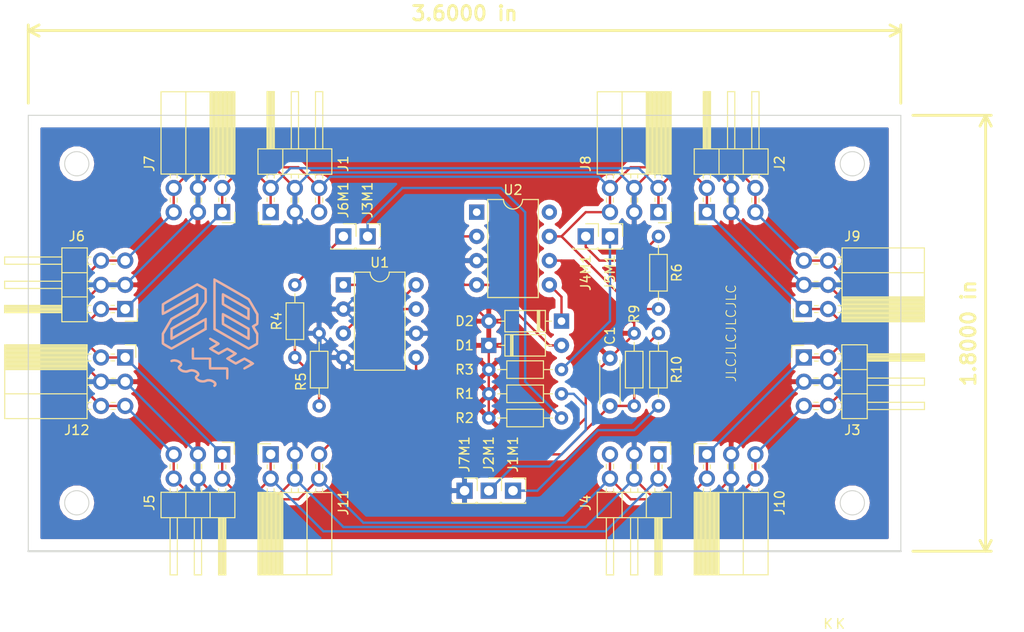
<source format=kicad_pcb>
(kicad_pcb (version 20171130) (host pcbnew "(5.0.2)-1")
  (layers (0 F.Cu signal) (31 B.Cu signal) (34 B.Paste user hide) (35 F.Paste user hide) (36 B.SilkS user) (37 F.SilkS user) (38 B.Mask user) (39 F.Mask user) (44 Edge.Cuts user))
  (net 0 "")
  (net 1 "Net-(C1-Pad1)")
  (net 2 "Net-(C1-Pad2)")
  (net 3 "Net-(D1-Pad1)")
  (net 4 "Net-(D1-Pad2)")
  (net 5 "Net-(D2-Pad1)")
  (net 6 "Net-(J1M1-Pad1)")
  (net 7 "Net-(J2M1-Pad1)")
  (net 8 "Net-(J3M1-Pad1)")
  (net 9 "Net-(J4M1-Pad1)")
  (net 10 "Net-(J5M1-Pad1)")
  (net 11 "Net-(J6M1-Pad1)")
  (net 12 "Net-(R4-Pad1)")
  (net 13 +5V)
  (net 14 +12V)
  (net 15 "Net-(U2-Pad1)")
  (net 16 "Net-(U2-Pad8)")
  (net 17 GND)
  (module Resistor_THT:R_Axial_DIN0204_L3.6mm_D1.6mm_P7.62mm_Horizontal (layer F.Cu) (at 130.81 104.14 90)
    (fp_text reference R5 (at 2.54 -1.905 90) (layer F.SilkS))
    (fp_text value 220)
    (pad 2 thru_hole oval (at 7.62 0 90) (size 1.4 1.4) (drill 0.7) (layers *.Cu *.Mask) (net 17 GND))
    (pad 1 thru_hole circle (at 0 0 90) (size 1.4 1.4) (drill 0.7) (layers *.Cu *.Mask) (net 12 "Net-(R4-Pad1)"))
  )
  (module Capacitor_THT:C_Disc_D4.3mm_W1.9mm_P5.00mm (layer F.Cu) (at 161.29 104.14 90)
    (fp_text reference C1 (at 7.366 0 90) (layer F.SilkS))
    (fp_text value 33pF)
    (pad 1 thru_hole circle (at 0 0 90) (size 1.6 1.6) (drill 0.8) (layers *.Cu *.Mask) (net 1 "Net-(C1-Pad1)"))
    (pad 2 thru_hole circle (at 5 0 90) (size 1.6 1.6) (drill 0.8) (layers *.Cu *.Mask) (net 2 "Net-(C1-Pad2)"))
  )
  (module Diode_THT:D_DO-35_SOD27_P7.62mm_Horizontal (layer F.Cu) (at 148.59 97.79)
    (fp_text reference D1 (at -2.54 0) (layer F.SilkS))
    (fp_text value 1N4148)
    (fp_text user K (at 35.56 29.21) (layer F.SilkS))
    (pad 1 thru_hole rect (at 0 0) (size 1.6 1.6) (drill 0.8) (layers *.Cu *.Mask) (net 3 "Net-(D1-Pad1)"))
    (pad 2 thru_hole oval (at 7.62 0) (size 1.6 1.6) (drill 0.8) (layers *.Cu *.Mask) (net 4 "Net-(D1-Pad2)"))
  )
  (module Diode_THT:D_DO-35_SOD27_P7.62mm_Horizontal (layer F.Cu) (at 156.21 95.25 180)
    (fp_text reference D2 (at 10.16 0 180) (layer F.SilkS))
    (fp_text value 1N4148)
    (fp_text user K (at -29.21 -31.75 180) (layer F.SilkS))
    (pad 1 thru_hole rect (at 0 0 180) (size 1.6 1.6) (drill 0.8) (layers *.Cu *.Mask) (net 5 "Net-(D2-Pad1)"))
    (pad 2 thru_hole oval (at 7.62 0 180) (size 1.6 1.6) (drill 0.8) (layers *.Cu *.Mask) (net 3 "Net-(D1-Pad1)"))
  )
  (module Connector_PinSocket_2.54mm:PinSocket_1x01_P2.54mm_Vertical (layer F.Cu) (at 151.13 113.03)
    (fp_text reference J1M1 (at 0 -3.81 90) (layer F.SilkS))
    (fp_text value Conn_01x01)
    (pad 1 thru_hole rect (at 0 0) (size 1.7 1.7) (drill 1) (layers *.Cu *.Mask) (net 6 "Net-(J1M1-Pad1)"))
  )
  (module Connector_PinSocket_2.54mm:PinSocket_1x01_P2.54mm_Vertical (layer F.Cu) (at 148.59 113.03)
    (fp_text reference J2M1 (at 0 -3.81 90) (layer F.SilkS))
    (fp_text value Conn_01x01)
    (pad 1 thru_hole rect (at 0 0) (size 1.7 1.7) (drill 1) (layers *.Cu *.Mask) (net 7 "Net-(J2M1-Pad1)"))
  )
  (module Connector_PinSocket_2.54mm:PinSocket_1x01_P2.54mm_Vertical (layer F.Cu) (at 135.89 86.36)
    (fp_text reference J3M1 (at 0 -3.81 90) (layer F.SilkS))
    (fp_text value Conn_01x01)
    (pad 1 thru_hole rect (at 0 0) (size 1.7 1.7) (drill 1) (layers *.Cu *.Mask) (net 8 "Net-(J3M1-Pad1)"))
  )
  (module Connector_PinSocket_2.54mm:PinSocket_1x01_P2.54mm_Vertical (layer F.Cu) (at 158.75 86.36)
    (fp_text reference J4M1 (at 0 3.81 90) (layer F.SilkS))
    (fp_text value Conn_01x01)
    (pad 1 thru_hole rect (at 0 0) (size 1.7 1.7) (drill 1) (layers *.Cu *.Mask) (net 9 "Net-(J4M1-Pad1)"))
  )
  (module Connector_PinSocket_2.54mm:PinSocket_1x01_P2.54mm_Vertical (layer F.Cu) (at 161.29 86.36)
    (fp_text reference J5M1 (at 0 3.81 90) (layer F.SilkS))
    (fp_text value Conn_01x01)
    (pad 1 thru_hole rect (at 0 0) (size 1.7 1.7) (drill 1) (layers *.Cu *.Mask) (net 10 "Net-(J5M1-Pad1)"))
  )
  (module Connector_PinSocket_2.54mm:PinSocket_1x01_P2.54mm_Vertical (layer F.Cu) (at 133.35 86.36)
    (fp_text reference J6M1 (at 0 -3.81 90) (layer F.SilkS))
    (fp_text value Conn_01x01)
    (pad 1 thru_hole rect (at 0 0) (size 1.7 1.7) (drill 1) (layers *.Cu *.Mask) (net 11 "Net-(J6M1-Pad1)"))
  )
  (module Resistor_THT:R_Axial_DIN0204_L3.6mm_D1.6mm_P7.62mm_Horizontal (layer F.Cu) (at 148.59 102.87)
    (fp_text reference R1 (at -2.54 0) (layer F.SilkS))
    (fp_text value 100k)
    (pad 1 thru_hole circle (at 0 0) (size 1.4 1.4) (drill 0.7) (layers *.Cu *.Mask) (net 3 "Net-(D1-Pad1)"))
    (pad 2 thru_hole oval (at 7.62 0) (size 1.4 1.4) (drill 0.7) (layers *.Cu *.Mask) (net 7 "Net-(J2M1-Pad1)"))
  )
  (module Resistor_THT:R_Axial_DIN0204_L3.6mm_D1.6mm_P7.62mm_Horizontal (layer F.Cu) (at 148.59 105.41)
    (fp_text reference R2 (at -2.54 0) (layer F.SilkS))
    (fp_text value 100k)
    (pad 1 thru_hole circle (at 0 0) (size 1.4 1.4) (drill 0.7) (layers *.Cu *.Mask) (net 3 "Net-(D1-Pad1)"))
    (pad 2 thru_hole oval (at 7.62 0) (size 1.4 1.4) (drill 0.7) (layers *.Cu *.Mask) (net 8 "Net-(J3M1-Pad1)"))
  )
  (module Resistor_THT:R_Axial_DIN0204_L3.6mm_D1.6mm_P7.62mm_Horizontal (layer F.Cu) (at 148.59 100.33)
    (fp_text reference R3 (at -2.54 0) (layer F.SilkS))
    (fp_text value 100k)
    (pad 2 thru_hole oval (at 7.62 0) (size 1.4 1.4) (drill 0.7) (layers *.Cu *.Mask) (net 10 "Net-(J5M1-Pad1)"))
    (pad 1 thru_hole circle (at 0 0) (size 1.4 1.4) (drill 0.7) (layers *.Cu *.Mask) (net 3 "Net-(D1-Pad1)"))
  )
  (module Resistor_THT:R_Axial_DIN0204_L3.6mm_D1.6mm_P7.62mm_Horizontal (layer F.Cu) (at 128.27 99.06 90)
    (fp_text reference R4 (at 3.81 -1.905 90) (layer F.SilkS))
    (fp_text value 100k)
    (pad 1 thru_hole circle (at 0 0 90) (size 1.4 1.4) (drill 0.7) (layers *.Cu *.Mask) (net 12 "Net-(R4-Pad1)"))
    (pad 2 thru_hole oval (at 7.62 0 90) (size 1.4 1.4) (drill 0.7) (layers *.Cu *.Mask) (net 11 "Net-(J6M1-Pad1)"))
  )
  (module Resistor_THT:R_Axial_DIN0204_L3.6mm_D1.6mm_P7.62mm_Horizontal (layer F.Cu) (at 166.37 86.36 270)
    (fp_text reference R6 (at 3.81 -1.92 270) (layer F.SilkS))
    (fp_text value 20k)
    (pad 2 thru_hole oval (at 7.62 0 270) (size 1.4 1.4) (drill 0.7) (layers *.Cu *.Mask) (net 14 +12V))
    (pad 1 thru_hole circle (at 0 0 270) (size 1.4 1.4) (drill 0.7) (layers *.Cu *.Mask) (net 9 "Net-(J4M1-Pad1)"))
  )
  (module Resistor_THT:R_Axial_DIN0204_L3.6mm_D1.6mm_P7.62mm_Horizontal (layer F.Cu) (at 163.83 104.14 90)
    (fp_text reference R9 (at 9.652 0 90) (layer F.SilkS))
    (fp_text value 560k)
    (pad 1 thru_hole circle (at 0 0 90) (size 1.4 1.4) (drill 0.7) (layers *.Cu *.Mask) (net 1 "Net-(C1-Pad1)"))
    (pad 2 thru_hole oval (at 7.62 0 90) (size 1.4 1.4) (drill 0.7) (layers *.Cu *.Mask) (net 2 "Net-(C1-Pad2)"))
  )
  (module Resistor_THT:R_Axial_DIN0204_L3.6mm_D1.6mm_P7.62mm_Horizontal (layer F.Cu) (at 166.37 104.14 90)
    (fp_text reference R10 (at 3.81 1.905 90) (layer F.SilkS))
    (fp_text value 1k)
    (pad 2 thru_hole oval (at 7.62 0 90) (size 1.4 1.4) (drill 0.7) (layers *.Cu *.Mask) (net 1 "Net-(C1-Pad1)"))
    (pad 1 thru_hole circle (at 0 0 90) (size 1.4 1.4) (drill 0.7) (layers *.Cu *.Mask) (net 6 "Net-(J1M1-Pad1)"))
  )
  (module Package_DIP:DIP-8_W7.62mm (layer F.Cu) (at 147.32 83.82)
    (fp_text reference U2 (at 3.81 -2.33) (layer F.SilkS))
    (fp_text value CA3080)
    (pad 1 thru_hole rect (at 0 0) (size 1.6 1.6) (drill 0.8) (layers *.Cu *.Mask) (net 15 "Net-(U2-Pad1)"))
    (pad 5 thru_hole oval (at 7.62 7.62) (size 1.6 1.6) (drill 0.8) (layers *.Cu *.Mask) (net 5 "Net-(D2-Pad1)"))
    (pad 2 thru_hole oval (at 0 2.54) (size 1.6 1.6) (drill 0.8) (layers *.Cu *.Mask) (net 12 "Net-(R4-Pad1)"))
    (pad 6 thru_hole oval (at 7.62 5.08) (size 1.6 1.6) (drill 0.8) (layers *.Cu *.Mask) (net 2 "Net-(C1-Pad2)"))
    (pad 3 thru_hole oval (at 0 5.08) (size 1.6 1.6) (drill 0.8) (layers *.Cu *.Mask) (net 17 GND))
    (pad 7 thru_hole oval (at 7.62 2.54) (size 1.6 1.6) (drill 0.8) (layers *.Cu *.Mask) (net 14 +12V))
    (pad 4 thru_hole oval (at 0 7.62) (size 1.6 1.6) (drill 0.8) (layers *.Cu *.Mask) (net 4 "Net-(D1-Pad2)"))
    (pad 8 thru_hole oval (at 7.62 0) (size 1.6 1.6) (drill 0.8) (layers *.Cu *.Mask) (net 16 "Net-(U2-Pad8)"))
  )
  (module Connector_PinHeader_2.54mm:PinHeader_2x03_P2.54mm_Horizontal (layer F.Cu) (at 125.73 83.82 90)
    (fp_text reference J1 (at 5.08 7.62 90) (layer F.SilkS))
    (fp_text value Conn_02x03_Odd_Even)
    (pad 6 thru_hole oval (at 2.54 5.08 90) (size 1.7 1.7) (drill 1) (layers *.Cu *.Mask) (net 14 +12V))
    (pad 5 thru_hole oval (at 0 5.08 90) (size 1.7 1.7) (drill 1) (layers *.Cu *.Mask) (net 14 +12V))
    (pad 4 thru_hole oval (at 2.54 2.54 90) (size 1.7 1.7) (drill 1) (layers *.Cu *.Mask) (net 17 GND))
    (pad 3 thru_hole oval (at 0 2.54 90) (size 1.7 1.7) (drill 1) (layers *.Cu *.Mask) (net 17 GND))
    (pad 2 thru_hole oval (at 2.54 0 90) (size 1.7 1.7) (drill 1) (layers *.Cu *.Mask) (net 13 +5V))
    (pad 1 thru_hole rect (at 0 0 90) (size 1.7 1.7) (drill 1) (layers *.Cu *.Mask) (net 13 +5V))
  )
  (module Connector_PinHeader_2.54mm:PinHeader_2x03_P2.54mm_Horizontal (layer F.Cu) (at 171.45 83.82 90)
    (fp_text reference J2 (at 5.08 7.62 90) (layer F.SilkS))
    (fp_text value Conn_02x03_Odd_Even)
    (pad 1 thru_hole rect (at 0 0 90) (size 1.7 1.7) (drill 1) (layers *.Cu *.Mask) (net 13 +5V))
    (pad 2 thru_hole oval (at 2.54 0 90) (size 1.7 1.7) (drill 1) (layers *.Cu *.Mask) (net 13 +5V))
    (pad 3 thru_hole oval (at 0 2.54 90) (size 1.7 1.7) (drill 1) (layers *.Cu *.Mask) (net 17 GND))
    (pad 4 thru_hole oval (at 2.54 2.54 90) (size 1.7 1.7) (drill 1) (layers *.Cu *.Mask) (net 17 GND))
    (pad 5 thru_hole oval (at 0 5.08 90) (size 1.7 1.7) (drill 1) (layers *.Cu *.Mask) (net 14 +12V))
    (pad 6 thru_hole oval (at 2.54 5.08 90) (size 1.7 1.7) (drill 1) (layers *.Cu *.Mask) (net 14 +12V))
  )
  (module Connector_PinHeader_2.54mm:PinHeader_2x03_P2.54mm_Horizontal (layer F.Cu) (at 181.61 99.06)
    (fp_text reference J3 (at 5.08 7.62) (layer F.SilkS))
    (fp_text value Conn_02x03_Odd_Even)
    (pad 6 thru_hole oval (at 2.54 5.08) (size 1.7 1.7) (drill 1) (layers *.Cu *.Mask) (net 14 +12V))
    (pad 5 thru_hole oval (at 0 5.08) (size 1.7 1.7) (drill 1) (layers *.Cu *.Mask) (net 14 +12V))
    (pad 4 thru_hole oval (at 2.54 2.54) (size 1.7 1.7) (drill 1) (layers *.Cu *.Mask) (net 17 GND))
    (pad 3 thru_hole oval (at 0 2.54) (size 1.7 1.7) (drill 1) (layers *.Cu *.Mask) (net 17 GND))
    (pad 2 thru_hole oval (at 2.54 0) (size 1.7 1.7) (drill 1) (layers *.Cu *.Mask) (net 13 +5V))
    (pad 1 thru_hole rect (at 0 0) (size 1.7 1.7) (drill 1) (layers *.Cu *.Mask) (net 13 +5V))
  )
  (module Connector_PinHeader_2.54mm:PinHeader_2x03_P2.54mm_Horizontal (layer F.Cu) (at 166.37 109.22 270)
    (fp_text reference J4 (at 5.08 7.62 270) (layer F.SilkS))
    (fp_text value Conn_02x03_Odd_Even)
    (pad 1 thru_hole rect (at 0 0 270) (size 1.7 1.7) (drill 1) (layers *.Cu *.Mask) (net 13 +5V))
    (pad 2 thru_hole oval (at 2.54 0 270) (size 1.7 1.7) (drill 1) (layers *.Cu *.Mask) (net 13 +5V))
    (pad 3 thru_hole oval (at 0 2.54 270) (size 1.7 1.7) (drill 1) (layers *.Cu *.Mask) (net 17 GND))
    (pad 4 thru_hole oval (at 2.54 2.54 270) (size 1.7 1.7) (drill 1) (layers *.Cu *.Mask) (net 17 GND))
    (pad 5 thru_hole oval (at 0 5.08 270) (size 1.7 1.7) (drill 1) (layers *.Cu *.Mask) (net 14 +12V))
    (pad 6 thru_hole oval (at 2.54 5.08 270) (size 1.7 1.7) (drill 1) (layers *.Cu *.Mask) (net 14 +12V))
  )
  (module Connector_PinHeader_2.54mm:PinHeader_2x03_P2.54mm_Horizontal (layer F.Cu) (at 120.65 109.22 270)
    (fp_text reference J5 (at 5.08 7.62 270) (layer F.SilkS))
    (fp_text value Conn_02x03_Odd_Even)
    (pad 6 thru_hole oval (at 2.54 5.08 270) (size 1.7 1.7) (drill 1) (layers *.Cu *.Mask) (net 14 +12V))
    (pad 5 thru_hole oval (at 0 5.08 270) (size 1.7 1.7) (drill 1) (layers *.Cu *.Mask) (net 14 +12V))
    (pad 4 thru_hole oval (at 2.54 2.54 270) (size 1.7 1.7) (drill 1) (layers *.Cu *.Mask) (net 17 GND))
    (pad 3 thru_hole oval (at 0 2.54 270) (size 1.7 1.7) (drill 1) (layers *.Cu *.Mask) (net 17 GND))
    (pad 2 thru_hole oval (at 2.54 0 270) (size 1.7 1.7) (drill 1) (layers *.Cu *.Mask) (net 13 +5V))
    (pad 1 thru_hole rect (at 0 0 270) (size 1.7 1.7) (drill 1) (layers *.Cu *.Mask) (net 13 +5V))
  )
  (module Connector_PinHeader_2.54mm:PinHeader_2x03_P2.54mm_Horizontal (layer F.Cu) (at 110.49 93.98 180)
    (fp_text reference J6 (at 5.08 7.62 180) (layer F.SilkS))
    (fp_text value Conn_02x03_Odd_Even)
    (pad 1 thru_hole rect (at 0 0 180) (size 1.7 1.7) (drill 1) (layers *.Cu *.Mask) (net 13 +5V))
    (pad 2 thru_hole oval (at 2.54 0 180) (size 1.7 1.7) (drill 1) (layers *.Cu *.Mask) (net 13 +5V))
    (pad 3 thru_hole oval (at 0 2.54 180) (size 1.7 1.7) (drill 1) (layers *.Cu *.Mask) (net 17 GND))
    (pad 4 thru_hole oval (at 2.54 2.54 180) (size 1.7 1.7) (drill 1) (layers *.Cu *.Mask) (net 17 GND))
    (pad 5 thru_hole oval (at 0 5.08 180) (size 1.7 1.7) (drill 1) (layers *.Cu *.Mask) (net 14 +12V))
    (pad 6 thru_hole oval (at 2.54 5.08 180) (size 1.7 1.7) (drill 1) (layers *.Cu *.Mask) (net 14 +12V))
  )
  (module Connector_PinSocket_2.54mm:PinSocket_2x03_P2.54mm_Horizontal (layer F.Cu) (at 120.65 83.82 270)
    (fp_text reference J7 (at -5.08 7.62 270) (layer F.SilkS))
    (fp_text value Conn_02x03_Odd_Even)
    (pad 6 thru_hole oval (at -2.54 5.08 270) (size 1.7 1.7) (drill 1) (layers *.Cu *.Mask) (net 14 +12V))
    (pad 5 thru_hole oval (at 0 5.08 270) (size 1.7 1.7) (drill 1) (layers *.Cu *.Mask) (net 14 +12V))
    (pad 4 thru_hole oval (at -2.54 2.54 270) (size 1.7 1.7) (drill 1) (layers *.Cu *.Mask) (net 17 GND))
    (pad 3 thru_hole oval (at 0 2.54 270) (size 1.7 1.7) (drill 1) (layers *.Cu *.Mask) (net 17 GND))
    (pad 2 thru_hole oval (at -2.54 0 270) (size 1.7 1.7) (drill 1) (layers *.Cu *.Mask) (net 13 +5V))
    (pad 1 thru_hole rect (at 0 0 270) (size 1.7 1.7) (drill 1) (layers *.Cu *.Mask) (net 13 +5V))
  )
  (module Connector_PinSocket_2.54mm:PinSocket_2x03_P2.54mm_Horizontal (layer F.Cu) (at 166.37 83.82 270)
    (fp_text reference J8 (at -5.08 7.62 270) (layer F.SilkS))
    (fp_text value Conn_02x03_Odd_Even)
    (pad 1 thru_hole rect (at 0 0 270) (size 1.7 1.7) (drill 1) (layers *.Cu *.Mask) (net 13 +5V))
    (pad 2 thru_hole oval (at -2.54 0 270) (size 1.7 1.7) (drill 1) (layers *.Cu *.Mask) (net 13 +5V))
    (pad 3 thru_hole oval (at 0 2.54 270) (size 1.7 1.7) (drill 1) (layers *.Cu *.Mask) (net 17 GND))
    (pad 4 thru_hole oval (at -2.54 2.54 270) (size 1.7 1.7) (drill 1) (layers *.Cu *.Mask) (net 17 GND))
    (pad 5 thru_hole oval (at 0 5.08 270) (size 1.7 1.7) (drill 1) (layers *.Cu *.Mask) (net 14 +12V))
    (pad 6 thru_hole oval (at -2.54 5.08 270) (size 1.7 1.7) (drill 1) (layers *.Cu *.Mask) (net 14 +12V))
  )
  (module Connector_PinSocket_2.54mm:PinSocket_2x03_P2.54mm_Horizontal (layer F.Cu) (at 181.61 93.98 180)
    (fp_text reference J9 (at -5.08 7.62 180) (layer F.SilkS))
    (fp_text value Conn_02x03_Odd_Even)
    (pad 6 thru_hole oval (at -2.54 5.08 180) (size 1.7 1.7) (drill 1) (layers *.Cu *.Mask) (net 14 +12V))
    (pad 5 thru_hole oval (at 0 5.08 180) (size 1.7 1.7) (drill 1) (layers *.Cu *.Mask) (net 14 +12V))
    (pad 4 thru_hole oval (at -2.54 2.54 180) (size 1.7 1.7) (drill 1) (layers *.Cu *.Mask) (net 17 GND))
    (pad 3 thru_hole oval (at 0 2.54 180) (size 1.7 1.7) (drill 1) (layers *.Cu *.Mask) (net 17 GND))
    (pad 2 thru_hole oval (at -2.54 0 180) (size 1.7 1.7) (drill 1) (layers *.Cu *.Mask) (net 13 +5V))
    (pad 1 thru_hole rect (at 0 0 180) (size 1.7 1.7) (drill 1) (layers *.Cu *.Mask) (net 13 +5V))
  )
  (module Connector_PinSocket_2.54mm:PinSocket_2x03_P2.54mm_Horizontal (layer F.Cu) (at 171.45 109.22 90)
    (fp_text reference J10 (at -5.08 7.62 90) (layer F.SilkS))
    (fp_text value Conn_02x03_Odd_Even)
    (pad 1 thru_hole rect (at 0 0 90) (size 1.7 1.7) (drill 1) (layers *.Cu *.Mask) (net 13 +5V))
    (pad 2 thru_hole oval (at -2.54 0 90) (size 1.7 1.7) (drill 1) (layers *.Cu *.Mask) (net 13 +5V))
    (pad 3 thru_hole oval (at 0 2.54 90) (size 1.7 1.7) (drill 1) (layers *.Cu *.Mask) (net 17 GND))
    (pad 4 thru_hole oval (at -2.54 2.54 90) (size 1.7 1.7) (drill 1) (layers *.Cu *.Mask) (net 17 GND))
    (pad 5 thru_hole oval (at 0 5.08 90) (size 1.7 1.7) (drill 1) (layers *.Cu *.Mask) (net 14 +12V))
    (pad 6 thru_hole oval (at -2.54 5.08 90) (size 1.7 1.7) (drill 1) (layers *.Cu *.Mask) (net 14 +12V))
  )
  (module Connector_PinSocket_2.54mm:PinSocket_2x03_P2.54mm_Horizontal (layer F.Cu) (at 125.73 109.22 90)
    (fp_text reference J11 (at -5.08 7.62 90) (layer F.SilkS))
    (fp_text value Conn_02x03_Odd_Even)
    (pad 6 thru_hole oval (at -2.54 5.08 90) (size 1.7 1.7) (drill 1) (layers *.Cu *.Mask) (net 14 +12V))
    (pad 5 thru_hole oval (at 0 5.08 90) (size 1.7 1.7) (drill 1) (layers *.Cu *.Mask) (net 14 +12V))
    (pad 4 thru_hole oval (at -2.54 2.54 90) (size 1.7 1.7) (drill 1) (layers *.Cu *.Mask) (net 17 GND))
    (pad 3 thru_hole oval (at 0 2.54 90) (size 1.7 1.7) (drill 1) (layers *.Cu *.Mask) (net 17 GND))
    (pad 2 thru_hole oval (at -2.54 0 90) (size 1.7 1.7) (drill 1) (layers *.Cu *.Mask) (net 13 +5V))
    (pad 1 thru_hole rect (at 0 0 90) (size 1.7 1.7) (drill 1) (layers *.Cu *.Mask) (net 13 +5V))
  )
  (module Connector_PinSocket_2.54mm:PinSocket_2x03_P2.54mm_Horizontal (layer F.Cu) (at 110.49 99.06)
    (fp_text reference J12 (at -5.08 7.62) (layer F.SilkS))
    (fp_text value Conn_02x03_Odd_Even)
    (pad 1 thru_hole rect (at 0 0) (size 1.7 1.7) (drill 1) (layers *.Cu *.Mask) (net 13 +5V))
    (pad 2 thru_hole oval (at -2.54 0) (size 1.7 1.7) (drill 1) (layers *.Cu *.Mask) (net 13 +5V))
    (pad 3 thru_hole oval (at 0 2.54) (size 1.7 1.7) (drill 1) (layers *.Cu *.Mask) (net 17 GND))
    (pad 4 thru_hole oval (at -2.54 2.54) (size 1.7 1.7) (drill 1) (layers *.Cu *.Mask) (net 17 GND))
    (pad 5 thru_hole oval (at 0 5.08) (size 1.7 1.7) (drill 1) (layers *.Cu *.Mask) (net 14 +12V))
    (pad 6 thru_hole oval (at -2.54 5.08) (size 1.7 1.7) (drill 1) (layers *.Cu *.Mask) (net 14 +12V))
  )
  (module Connector_PinSocket_2.54mm:PinSocket_1x01_P2.54mm_Vertical (layer F.Cu) (at 146.05 113.03)
    (fp_text reference J7M1 (at 0 -3.81 90) (layer F.SilkS))
    (fp_text value Conn_01x01)
    (pad 1 thru_hole rect (at 0 0) (size 1.7 1.7) (drill 1) (layers *.Cu *.Mask) (net 17 GND))
  )
  (module Package_DIP:DIP-8_W7.62mm (layer F.Cu) (at 133.35 91.44)
    (fp_text reference U1 (at 3.81 -2.33) (layer F.SilkS))
    (fp_text value TL072)
    (pad 1 thru_hole rect (at 0 0) (size 1.6 1.6) (drill 0.8) (layers *.Cu *.Mask) (net 4 "Net-(D1-Pad2)"))
    (pad 5 thru_hole oval (at 7.62 7.62) (size 1.6 1.6) (drill 0.8) (layers *.Cu *.Mask) (net 2 "Net-(C1-Pad2)"))
    (pad 2 thru_hole oval (at 0 2.54) (size 1.6 1.6) (drill 0.8) (layers *.Cu *.Mask) (net 17 GND))
    (pad 6 thru_hole oval (at 7.62 5.08) (size 1.6 1.6) (drill 0.8) (layers *.Cu *.Mask) (net 17 GND))
    (pad 3 thru_hole oval (at 0 5.08) (size 1.6 1.6) (drill 0.8) (layers *.Cu *.Mask) (net 3 "Net-(D1-Pad1)"))
    (pad 7 thru_hole oval (at 7.62 2.54) (size 1.6 1.6) (drill 0.8) (layers *.Cu *.Mask) (net 1 "Net-(C1-Pad1)"))
    (pad 4 thru_hole oval (at 0 7.62) (size 1.6 1.6) (drill 0.8) (layers *.Cu *.Mask) (net 17 GND))
    (pad 8 thru_hole oval (at 7.62 0) (size 1.6 1.6) (drill 0.8) (layers *.Cu *.Mask) (net 14 +12V))
  )
  (module logo:synthbloks-logo-pcb-soldermask (layer B.Cu) (at 119.38 96.52)
    (fp_text reference G*** hide)
    (fp_text value LOGO hide)
  )
  (module logo:synthbloks-logo-pcb-silkscreen (layer B.Cu) (at 119.38 96.52)
    (fp_text reference G*** hide)
    (fp_text value LOGO hide)
  )
  (gr_text JLCJLCJLCJLC (at 173.99 96.52 90) (layer F.SilkS) (effects (font (size 1 1) (thickness 0.1))))
  (dimension 91.44 (width 0.3) (layer F.SilkS) (gr_text "91.440 mm" (at 146.05 62.67) (layer F.SilkS) (effects (font (size 1.5 1.5) (thickness 0.3)))) (feature1 (pts (xy 100.33 72.39) (xy 100.33 64.183579))) (feature2 (pts (xy 191.77 72.39) (xy 191.77 64.183579))) (crossbar (pts (xy 191.77 64.77) (xy 100.33 64.77))) (arrow1a (pts (xy 100.33 64.77) (xy 101.456504 64.183579))) (arrow1b (pts (xy 100.33 64.77) (xy 101.456504 65.356421))) (arrow2a (pts (xy 191.77 64.77) (xy 190.643496 64.183579))) (arrow2b (pts (xy 191.77 64.77) (xy 190.643496 65.356421))))
  (dimension 45.72 (width 0.3) (layer F.SilkS) (gr_text "45.720 mm" (at 202.76 96.52 270) (layer F.SilkS) (effects (font (size 1.5 1.5) (thickness 0.3)))) (feature1 (pts (xy 193.04 119.38) (xy 201.246421 119.38))) (feature2 (pts (xy 193.04 73.66) (xy 201.246421 73.66))) (crossbar (pts (xy 200.66 73.66) (xy 200.66 119.38))) (arrow1a (pts (xy 200.66 119.38) (xy 200.073579 118.253496))) (arrow1b (pts (xy 200.66 119.38) (xy 201.246421 118.253496))) (arrow2a (pts (xy 200.66 73.66) (xy 200.073579 74.786504))) (arrow2b (pts (xy 200.66 73.66) (xy 201.246421 74.786504))))
  (gr_circle (center 186.69 78.74) (end 187.96 78.74) (layer Edge.Cuts) (width 0.1))
  (gr_circle (center 186.69 114.3) (end 186.69 115.57) (layer Edge.Cuts) (width 0.1))
  (gr_circle (center 105.41 114.3) (end 105.41 115.57) (layer Edge.Cuts) (width 0.1))
  (gr_circle (center 105.41 78.74) (end 105.41 77.47) (layer Edge.Cuts) (width 0.1))
  (gr_line (start 100.33 119.38) (end 191.77 119.38) (layer Edge.Cuts) (width 0.2))
  (gr_line (start 100.33 119.38) (end 100.33 73.66) (layer Edge.Cuts) (width 0.1))
  (gr_line (start 191.77 73.66) (end 191.77 119.38) (layer Edge.Cuts) (width 0.1))
  (gr_line (start 100.33 73.66) (end 191.77 73.66) (layer Edge.Cuts) (width 0.1))
  (segment (start 161.29 104.14) (end 163.83 104.14) (width 0.25) (layer F.Cu) (net 1))
  (segment (start 163.83 99.06) (end 166.37 96.52) (width 0.25) (layer F.Cu) (net 1))
  (segment (start 163.83 104.14) (end 163.83 99.06) (width 0.25) (layer F.Cu) (net 1))
  (segment (start 156.21 109.22) (end 161.29 104.14) (width 0.25) (layer F.Cu) (net 1))
  (segment (start 148.59 109.22) (end 156.21 109.22) (width 0.25) (layer F.Cu) (net 1))
  (segment (start 139.7 93.98) (end 140.97 93.98) (width 0.25) (layer F.Cu) (net 1))
  (segment (start 138.43 95.25) (end 139.7 93.98) (width 0.25) (layer F.Cu) (net 1))
  (segment (start 148.59 109.22) (end 138.43 99.06) (width 0.25) (layer F.Cu) (net 1))
  (segment (start 138.43 99.06) (end 138.43 95.25) (width 0.25) (layer F.Cu) (net 1))
  (segment (start 163.83 96.6) (end 163.83 96.52) (width 0.25) (layer F.Cu) (net 2))
  (segment (start 161.29 99.14) (end 163.83 96.6) (width 0.25) (layer F.Cu) (net 2))
  (segment (start 163.83 96.52) (end 163.83 95.25) (width 0.25) (layer F.Cu) (net 2))
  (segment (start 163.83 95.25) (end 157.48 88.9) (width 0.25) (layer F.Cu) (net 2))
  (segment (start 157.48 88.9) (end 156.21 88.9) (width 0.25) (layer F.Cu) (net 2))
  (segment (start 158.75 105.41) (end 156.21 107.95) (width 0.25) (layer F.Cu) (net 2))
  (segment (start 161.29 99.14) (end 158.75 101.68) (width 0.25) (layer F.Cu) (net 2))
  (segment (start 158.75 101.68) (end 158.75 105.41) (width 0.25) (layer F.Cu) (net 2))
  (segment (start 156.21 88.9) (end 154.94 88.9) (width 0.25) (layer F.Cu) (net 2))
  (segment (start 156.21 107.95) (end 148.59 107.95) (width 0.25) (layer F.Cu) (net 2))
  (segment (start 148.59 107.95) (end 140.97 100.33) (width 0.25) (layer F.Cu) (net 2))
  (segment (start 140.97 100.33) (end 140.97 99.06) (width 0.25) (layer F.Cu) (net 2))
  (segment (start 148.59 95.25) (end 148.59 97.79) (width 0.25) (layer F.Cu) (net 3))
  (segment (start 148.59 97.79) (end 148.59 100.33) (width 0.25) (layer F.Cu) (net 3))
  (segment (start 148.59 100.33) (end 148.59 102.87) (width 0.25) (layer F.Cu) (net 3))
  (segment (start 148.59 102.87) (end 148.59 105.41) (width 0.25) (layer F.Cu) (net 3))
  (segment (start 148.59 95.25) (end 142.24 88.9) (width 0.25) (layer F.Cu) (net 3))
  (segment (start 140.97 88.9) (end 133.35 96.52) (width 0.25) (layer F.Cu) (net 3))
  (segment (start 142.24 88.9) (end 140.97 88.9) (width 0.25) (layer F.Cu) (net 3))
  (segment (start 148.59 91.44) (end 154.94 97.79) (width 0.25) (layer F.Cu) (net 4))
  (segment (start 154.94 97.79) (end 156.21 97.79) (width 0.25) (layer F.Cu) (net 4))
  (segment (start 142.24 87.63) (end 146.05 91.44) (width 0.25) (layer F.Cu) (net 4))
  (segment (start 146.05 91.44) (end 148.59 91.44) (width 0.25) (layer F.Cu) (net 4))
  (segment (start 135.89 91.44) (end 133.35 91.44) (width 0.25) (layer F.Cu) (net 4))
  (segment (start 139.7 87.63) (end 135.89 91.44) (width 0.25) (layer F.Cu) (net 4))
  (segment (start 139.7 87.63) (end 142.24 87.63) (width 0.25) (layer F.Cu) (net 4))
  (segment (start 156.21 92.71) (end 154.94 91.44) (width 0.25) (layer F.Cu) (net 5))
  (segment (start 156.21 92.71) (end 156.21 95.25) (width 0.25) (layer F.Cu) (net 5))
  (segment (start 153.67 113.03) (end 160.02 106.68) (width 0.25) (layer B.Cu) (net 6))
  (segment (start 163.83 106.68) (end 166.37 104.14) (width 0.25) (layer B.Cu) (net 6))
  (segment (start 160.02 106.68) (end 163.83 106.68) (width 0.25) (layer B.Cu) (net 6))
  (segment (start 153.67 113.03) (end 151.13 113.03) (width 0.25) (layer B.Cu) (net 6))
  (segment (start 157.48 102.87) (end 158.75 104.14) (width 0.25) (layer B.Cu) (net 7))
  (segment (start 158.75 104.14) (end 158.75 106.68) (width 0.25) (layer B.Cu) (net 7))
  (segment (start 158.75 106.68) (end 154.94 110.49) (width 0.25) (layer B.Cu) (net 7))
  (segment (start 156.21 102.87) (end 157.48 102.87) (width 0.25) (layer B.Cu) (net 7))
  (segment (start 151.13 110.49) (end 148.59 113.03) (width 0.25) (layer B.Cu) (net 7))
  (segment (start 154.94 110.49) (end 151.13 110.49) (width 0.25) (layer B.Cu) (net 7))
  (segment (start 135.89 85.09) (end 135.89 86.36) (width 0.25) (layer B.Cu) (net 8))
  (segment (start 156.21 105.41) (end 152.4 101.6) (width 0.25) (layer B.Cu) (net 8))
  (segment (start 152.4 83.82) (end 149.86 81.28) (width 0.25) (layer B.Cu) (net 8))
  (segment (start 152.4 101.6) (end 152.4 83.82) (width 0.25) (layer B.Cu) (net 8))
  (segment (start 149.86 81.28) (end 139.53 81.28) (width 0.25) (layer B.Cu) (net 8))
  (segment (start 139.53 81.28) (end 135.89 84.92) (width 0.25) (layer B.Cu) (net 8))
  (segment (start 135.89 84.92) (end 135.89 85.09) (width 0.25) (layer B.Cu) (net 8))
  (segment (start 158.75 87.46) (end 160.19 88.9) (width 0.25) (layer F.Cu) (net 9))
  (segment (start 158.75 86.36) (end 158.75 87.46) (width 0.25) (layer F.Cu) (net 9))
  (segment (start 163.83 88.9) (end 166.37 86.36) (width 0.25) (layer F.Cu) (net 9))
  (segment (start 160.19 88.9) (end 163.83 88.9) (width 0.25) (layer F.Cu) (net 9))
  (segment (start 161.29 95.25) (end 161.29 86.36) (width 0.25) (layer B.Cu) (net 10))
  (segment (start 156.21 100.33) (end 161.29 95.25) (width 0.25) (layer B.Cu) (net 10))
  (segment (start 128.27 91.44) (end 133.35 86.36) (width 0.25) (layer F.Cu) (net 11))
  (segment (start 128.27 99.06) (end 130.81 101.6) (width 0.25) (layer F.Cu) (net 12))
  (segment (start 130.81 101.6) (end 130.81 104.14) (width 0.25) (layer F.Cu) (net 12))
  (segment (start 128.27 99.06) (end 128.27 93.98) (width 0.25) (layer F.Cu) (net 12))
  (segment (start 135.89 88.9) (end 133.35 88.9) (width 0.25) (layer F.Cu) (net 12))
  (segment (start 138.43 86.36) (end 135.89 88.9) (width 0.25) (layer F.Cu) (net 12))
  (segment (start 128.27 93.98) (end 133.35 88.9) (width 0.25) (layer F.Cu) (net 12))
  (segment (start 138.43 86.36) (end 147.32 86.36) (width 0.25) (layer F.Cu) (net 12))
  (segment (start 110.49 93.98) (end 111.76 92.71) (width 0.25) (layer B.Cu) (net 13))
  (segment (start 165.520001 80.430001) (end 166.37 81.28) (width 0.25) (layer B.Cu) (net 13))
  (segment (start 164.294981 79.204981) (end 165.520001 80.430001) (width 0.25) (layer B.Cu) (net 13))
  (segment (start 127.805019 79.204981) (end 164.294981 79.204981) (width 0.25) (layer B.Cu) (net 13))
  (segment (start 125.73 81.28) (end 127.805019 79.204981) (width 0.25) (layer B.Cu) (net 13))
  (segment (start 126.579999 112.609999) (end 125.73 111.76) (width 0.25) (layer B.Cu) (net 13))
  (segment (start 131.260009 117.290009) (end 126.579999 112.609999) (width 0.25) (layer B.Cu) (net 13))
  (segment (start 160.839991 117.290009) (end 131.260009 117.290009) (width 0.25) (layer B.Cu) (net 13))
  (segment (start 166.37 111.76) (end 160.839991 117.290009) (width 0.25) (layer B.Cu) (net 13))
  (segment (start 120.65 109.22) (end 110.49 99.06) (width 0.25) (layer B.Cu) (net 13))
  (segment (start 111.76 92.71) (end 120.65 83.82) (width 0.25) (layer B.Cu) (net 13))
  (segment (start 171.45 109.22) (end 181.61 99.06) (width 0.25) (layer B.Cu) (net 13))
  (segment (start 181.61 93.98) (end 180.34 92.71) (width 0.25) (layer B.Cu) (net 13))
  (segment (start 180.34 92.71) (end 171.45 83.82) (width 0.25) (layer B.Cu) (net 13))
  (segment (start 166.37 81.28) (end 167.64 80.01) (width 0.25) (layer F.Cu) (net 13))
  (segment (start 167.64 80.01) (end 170.18 80.01) (width 0.25) (layer F.Cu) (net 13))
  (segment (start 170.18 80.01) (end 171.45 81.28) (width 0.25) (layer F.Cu) (net 13))
  (segment (start 184.15 93.98) (end 185.42 95.25) (width 0.25) (layer F.Cu) (net 13))
  (segment (start 185.42 95.25) (end 185.42 97.79) (width 0.25) (layer F.Cu) (net 13))
  (segment (start 185.42 97.79) (end 184.15 99.06) (width 0.25) (layer F.Cu) (net 13))
  (segment (start 166.37 111.76) (end 167.64 113.03) (width 0.25) (layer F.Cu) (net 13))
  (segment (start 167.64 113.03) (end 170.18 113.03) (width 0.25) (layer F.Cu) (net 13))
  (segment (start 170.18 113.03) (end 171.45 111.76) (width 0.25) (layer F.Cu) (net 13))
  (segment (start 120.65 111.76) (end 121.92 113.03) (width 0.25) (layer F.Cu) (net 13))
  (segment (start 121.92 113.03) (end 124.46 113.03) (width 0.25) (layer F.Cu) (net 13))
  (segment (start 124.46 113.03) (end 125.73 111.76) (width 0.25) (layer F.Cu) (net 13))
  (segment (start 107.95 99.06) (end 106.68 97.79) (width 0.25) (layer F.Cu) (net 13))
  (segment (start 106.68 97.79) (end 106.68 95.25) (width 0.25) (layer F.Cu) (net 13))
  (segment (start 106.68 95.25) (end 107.95 93.98) (width 0.25) (layer F.Cu) (net 13))
  (segment (start 120.65 81.28) (end 121.92 80.01) (width 0.25) (layer F.Cu) (net 13))
  (segment (start 121.92 80.01) (end 124.46 80.01) (width 0.25) (layer F.Cu) (net 13))
  (segment (start 124.46 80.01) (end 125.73 81.28) (width 0.25) (layer F.Cu) (net 13))
  (segment (start 110.49 93.98) (end 107.95 93.98) (width 0.25) (layer F.Cu) (net 13))
  (segment (start 110.49 99.06) (end 107.95 99.06) (width 0.25) (layer F.Cu) (net 13))
  (segment (start 120.65 111.76) (end 120.65 109.22) (width 0.25) (layer F.Cu) (net 13))
  (segment (start 125.73 111.76) (end 125.73 109.22) (width 0.25) (layer F.Cu) (net 13))
  (segment (start 166.37 111.76) (end 166.37 109.22) (width 0.25) (layer F.Cu) (net 13))
  (segment (start 171.45 111.76) (end 171.45 109.22) (width 0.25) (layer F.Cu) (net 13))
  (segment (start 181.61 99.06) (end 184.15 99.06) (width 0.25) (layer F.Cu) (net 13))
  (segment (start 184.15 93.98) (end 181.61 93.98) (width 0.25) (layer F.Cu) (net 13))
  (segment (start 171.45 81.28) (end 171.45 83.82) (width 0.25) (layer F.Cu) (net 13))
  (segment (start 166.37 83.82) (end 166.37 81.28) (width 0.25) (layer F.Cu) (net 13))
  (segment (start 125.73 81.28) (end 125.73 83.82) (width 0.25) (layer F.Cu) (net 13))
  (segment (start 120.65 83.82) (end 120.65 81.28) (width 0.25) (layer F.Cu) (net 13))
  (segment (start 163.83 93.98) (end 166.37 93.98) (width 0.25) (layer F.Cu) (net 14))
  (segment (start 156.21 86.36) (end 163.83 93.98) (width 0.25) (layer F.Cu) (net 14))
  (segment (start 156.21 86.36) (end 154.94 86.36) (width 0.25) (layer F.Cu) (net 14))
  (segment (start 160.440001 80.430001) (end 161.29 81.28) (width 0.25) (layer B.Cu) (net 14))
  (segment (start 160.114999 80.104999) (end 160.440001 80.430001) (width 0.25) (layer B.Cu) (net 14))
  (segment (start 131.985001 80.104999) (end 160.114999 80.104999) (width 0.25) (layer B.Cu) (net 14))
  (segment (start 130.81 81.28) (end 131.985001 80.104999) (width 0.25) (layer B.Cu) (net 14))
  (segment (start 110.49 104.14) (end 115.57 109.22) (width 0.25) (layer B.Cu) (net 14))
  (segment (start 110.49 88.9) (end 115.57 83.82) (width 0.25) (layer B.Cu) (net 14))
  (segment (start 134.62 115.57) (end 130.81 111.76) (width 0.25) (layer B.Cu) (net 14))
  (segment (start 135.43999 116.38999) (end 134.62 115.57) (width 0.25) (layer B.Cu) (net 14))
  (segment (start 161.29 111.76) (end 156.66001 116.38999) (width 0.25) (layer B.Cu) (net 14))
  (segment (start 156.66001 116.38999) (end 135.43999 116.38999) (width 0.25) (layer B.Cu) (net 14))
  (segment (start 176.53 109.22) (end 181.61 104.14) (width 0.25) (layer B.Cu) (net 14))
  (segment (start 181.61 88.9) (end 176.53 83.82) (width 0.25) (layer B.Cu) (net 14))
  (segment (start 175.680001 80.430001) (end 176.53 81.28) (width 0.25) (layer F.Cu) (net 14))
  (segment (start 174.359981 79.109981) (end 175.680001 80.430001) (width 0.25) (layer F.Cu) (net 14))
  (segment (start 163.460019 79.109981) (end 174.359981 79.109981) (width 0.25) (layer F.Cu) (net 14))
  (segment (start 161.29 81.28) (end 163.460019 79.109981) (width 0.25) (layer F.Cu) (net 14))
  (segment (start 184.999999 103.290001) (end 184.15 104.14) (width 0.25) (layer F.Cu) (net 14))
  (segment (start 186.320019 101.969981) (end 184.999999 103.290001) (width 0.25) (layer F.Cu) (net 14))
  (segment (start 186.320019 91.070019) (end 186.320019 101.969981) (width 0.25) (layer F.Cu) (net 14))
  (segment (start 184.15 88.9) (end 186.320019 91.070019) (width 0.25) (layer F.Cu) (net 14))
  (segment (start 175.680001 112.609999) (end 176.53 111.76) (width 0.25) (layer F.Cu) (net 14))
  (segment (start 174.359982 113.930018) (end 175.680001 112.609999) (width 0.25) (layer F.Cu) (net 14))
  (segment (start 163.460018 113.930018) (end 174.359982 113.930018) (width 0.25) (layer F.Cu) (net 14))
  (segment (start 161.29 111.76) (end 163.460018 113.930018) (width 0.25) (layer F.Cu) (net 14))
  (segment (start 117.74002 113.93002) (end 115.57 111.76) (width 0.25) (layer F.Cu) (net 14))
  (segment (start 130.81 111.76) (end 128.63998 113.93002) (width 0.25) (layer F.Cu) (net 14))
  (segment (start 128.63998 113.93002) (end 117.74002 113.93002) (width 0.25) (layer F.Cu) (net 14))
  (segment (start 105.77998 91.07002) (end 105.77998 101.168982) (width 0.25) (layer F.Cu) (net 14))
  (segment (start 107.95 88.9) (end 105.77998 91.07002) (width 0.25) (layer F.Cu) (net 14))
  (segment (start 105.77998 101.96998) (end 105.77998 101.168982) (width 0.25) (layer F.Cu) (net 14))
  (segment (start 107.95 104.14) (end 105.77998 101.96998) (width 0.25) (layer F.Cu) (net 14))
  (segment (start 107.100001 103.290001) (end 107.95 104.14) (width 0.25) (layer F.Cu) (net 14))
  (segment (start 105.779981 101.969981) (end 107.100001 103.290001) (width 0.25) (layer F.Cu) (net 14))
  (segment (start 105.779981 91.070019) (end 105.779981 101.969981) (width 0.25) (layer F.Cu) (net 14))
  (segment (start 107.95 88.9) (end 105.779981 91.070019) (width 0.25) (layer F.Cu) (net 14))
  (segment (start 117.74002 79.10998) (end 115.57 81.28) (width 0.25) (layer F.Cu) (net 14))
  (segment (start 130.81 81.28) (end 128.63998 79.10998) (width 0.25) (layer F.Cu) (net 14))
  (segment (start 128.63998 79.10998) (end 117.74002 79.10998) (width 0.25) (layer F.Cu) (net 14))
  (segment (start 110.49 88.9) (end 107.95 88.9) (width 0.25) (layer F.Cu) (net 14))
  (segment (start 110.49 104.14) (end 107.95 104.14) (width 0.25) (layer F.Cu) (net 14))
  (segment (start 115.57 109.22) (end 115.57 111.76) (width 0.25) (layer F.Cu) (net 14))
  (segment (start 130.81 111.76) (end 130.81 109.22) (width 0.25) (layer F.Cu) (net 14))
  (segment (start 161.29 111.76) (end 161.29 109.22) (width 0.25) (layer F.Cu) (net 14))
  (segment (start 176.53 111.76) (end 176.53 109.22) (width 0.25) (layer F.Cu) (net 14))
  (segment (start 181.61 104.14) (end 184.15 104.14) (width 0.25) (layer F.Cu) (net 14))
  (segment (start 184.15 88.9) (end 181.61 88.9) (width 0.25) (layer F.Cu) (net 14))
  (segment (start 176.53 83.82) (end 176.53 81.28) (width 0.25) (layer F.Cu) (net 14))
  (segment (start 161.29 83.82) (end 161.29 81.28) (width 0.25) (layer F.Cu) (net 14))
  (segment (start 130.81 81.28) (end 130.81 83.82) (width 0.25) (layer F.Cu) (net 14))
  (segment (start 115.57 83.82) (end 115.57 81.28) (width 0.25) (layer F.Cu) (net 14))
  (segment (start 156.21 86.36) (end 158.75 83.82) (width 0.25) (layer F.Cu) (net 14))
  (segment (start 158.75 83.82) (end 161.29 83.82) (width 0.25) (layer F.Cu) (net 14))
  (segment (start 137.979991 94.430009) (end 140.97 91.44) (width 0.25) (layer F.Cu) (net 14))
  (segment (start 137.16 95.25) (end 137.979991 94.430009) (width 0.25) (layer F.Cu) (net 14))
  (segment (start 130.81 109.22) (end 137.16 102.87) (width 0.25) (layer F.Cu) (net 14))
  (segment (start 137.16 102.87) (end 137.16 95.25) (width 0.25) (layer F.Cu) (net 14))
  (segment (start 162.980001 80.430001) (end 163.83 81.28) (width 0.25) (layer B.Cu) (net 17))
  (segment (start 162.20499 79.65499) (end 162.980001 80.430001) (width 0.25) (layer B.Cu) (net 17))
  (segment (start 129.89501 79.65499) (end 162.20499 79.65499) (width 0.25) (layer B.Cu) (net 17))
  (segment (start 128.27 81.28) (end 129.89501 79.65499) (width 0.25) (layer B.Cu) (net 17))
  (segment (start 162.980001 112.609999) (end 163.83 111.76) (width 0.25) (layer B.Cu) (net 17))
  (segment (start 158.75 116.84) (end 162.980001 112.609999) (width 0.25) (layer B.Cu) (net 17))
  (segment (start 133.35 116.84) (end 158.75 116.84) (width 0.25) (layer B.Cu) (net 17))
  (segment (start 128.27 111.76) (end 133.35 116.84) (width 0.25) (layer B.Cu) (net 17))
  (segment (start 110.49 101.6) (end 118.11 109.22) (width 0.25) (layer B.Cu) (net 17))
  (segment (start 110.49 91.44) (end 118.11 83.82) (width 0.25) (layer B.Cu) (net 17))
  (segment (start 175.165001 108.044999) (end 181.61 101.6) (width 0.25) (layer B.Cu) (net 17))
  (segment (start 173.99 109.22) (end 175.165001 108.044999) (width 0.25) (layer B.Cu) (net 17))
  (segment (start 173.99 83.82) (end 181.61 91.44) (width 0.25) (layer B.Cu) (net 17))
  (segment (start 172.814999 80.104999) (end 173.99 81.28) (width 0.25) (layer F.Cu) (net 17))
  (segment (start 172.26999 79.55999) (end 172.814999 80.104999) (width 0.25) (layer F.Cu) (net 17))
  (segment (start 163.83 81.28) (end 165.55001 79.55999) (width 0.25) (layer F.Cu) (net 17))
  (segment (start 165.55001 79.55999) (end 172.26999 79.55999) (width 0.25) (layer F.Cu) (net 17))
  (segment (start 184.999999 100.750001) (end 184.15 101.6) (width 0.25) (layer F.Cu) (net 17))
  (segment (start 185.87001 99.87999) (end 184.999999 100.750001) (width 0.25) (layer F.Cu) (net 17))
  (segment (start 185.87001 93.16001) (end 185.87001 99.87999) (width 0.25) (layer F.Cu) (net 17))
  (segment (start 184.15 91.44) (end 185.87001 93.16001) (width 0.25) (layer F.Cu) (net 17))
  (segment (start 164.679999 112.609999) (end 163.83 111.76) (width 0.25) (layer F.Cu) (net 17))
  (segment (start 165.550009 113.480009) (end 164.679999 112.609999) (width 0.25) (layer F.Cu) (net 17))
  (segment (start 172.269991 113.480009) (end 165.550009 113.480009) (width 0.25) (layer F.Cu) (net 17))
  (segment (start 173.99 111.76) (end 172.269991 113.480009) (width 0.25) (layer F.Cu) (net 17))
  (segment (start 127.420001 112.609999) (end 128.27 111.76) (width 0.25) (layer F.Cu) (net 17))
  (segment (start 126.54999 113.48001) (end 127.420001 112.609999) (width 0.25) (layer F.Cu) (net 17))
  (segment (start 119.83001 113.48001) (end 126.54999 113.48001) (width 0.25) (layer F.Cu) (net 17))
  (segment (start 118.11 111.76) (end 119.83001 113.48001) (width 0.25) (layer F.Cu) (net 17))
  (segment (start 107.100001 92.289999) (end 107.95 91.44) (width 0.25) (layer F.Cu) (net 17))
  (segment (start 106.22999 93.16001) (end 107.100001 92.289999) (width 0.25) (layer F.Cu) (net 17))
  (segment (start 106.22999 99.87999) (end 106.22999 93.16001) (width 0.25) (layer F.Cu) (net 17))
  (segment (start 107.95 101.6) (end 106.22999 99.87999) (width 0.25) (layer F.Cu) (net 17))
  (segment (start 118.959999 80.430001) (end 118.11 81.28) (width 0.25) (layer F.Cu) (net 17))
  (segment (start 119.83001 79.55999) (end 118.959999 80.430001) (width 0.25) (layer F.Cu) (net 17))
  (segment (start 126.54999 79.55999) (end 119.83001 79.55999) (width 0.25) (layer F.Cu) (net 17))
  (segment (start 128.27 81.28) (end 126.54999 79.55999) (width 0.25) (layer F.Cu) (net 17))
  (segment (start 110.49 91.44) (end 107.95 91.44) (width 0.25) (layer F.Cu) (net 17))
  (segment (start 110.49 101.6) (end 107.95 101.6) (width 0.25) (layer F.Cu) (net 17))
  (segment (start 118.11 111.76) (end 118.11 109.22) (width 0.25) (layer F.Cu) (net 17))
  (segment (start 128.27 111.76) (end 128.27 109.22) (width 0.25) (layer F.Cu) (net 17))
  (segment (start 163.83 111.76) (end 163.83 109.22) (width 0.25) (layer F.Cu) (net 17))
  (segment (start 173.99 111.76) (end 173.99 109.22) (width 0.25) (layer F.Cu) (net 17))
  (segment (start 184.15 101.6) (end 181.61 101.6) (width 0.25) (layer F.Cu) (net 17))
  (segment (start 181.61 91.44) (end 184.15 91.44) (width 0.25) (layer F.Cu) (net 17))
  (segment (start 173.99 83.82) (end 173.99 81.28) (width 0.25) (layer F.Cu) (net 17))
  (segment (start 163.83 81.28) (end 163.83 83.82) (width 0.25) (layer F.Cu) (net 17))
  (segment (start 128.27 83.82) (end 128.27 81.28) (width 0.25) (layer F.Cu) (net 17))
  (segment (start 118.11 81.28) (end 118.11 83.82) (width 0.25) (layer F.Cu) (net 17))
  (segment (start 130.81 86.36) (end 128.27 83.82) (width 0.25) (layer B.Cu) (net 17))
  (segment (start 138.43 88.9) (end 133.35 93.98) (width 0.25) (layer B.Cu) (net 17))
  (segment (start 147.32 88.9) (end 138.43 88.9) (width 0.25) (layer B.Cu) (net 17))
  (segment (start 133.35 93.98) (end 130.81 93.98) (width 0.25) (layer B.Cu) (net 17))
  (segment (start 130.81 96.52) (end 130.81 93.98) (width 0.25) (layer B.Cu) (net 17))
  (segment (start 130.81 93.98) (end 130.81 86.36) (width 0.25) (layer B.Cu) (net 17))
  (segment (start 133.35 99.06) (end 130.81 96.52) (width 0.25) (layer B.Cu) (net 17))
  (segment (start 135.89 96.52) (end 133.35 93.98) (width 0.25) (layer B.Cu) (net 17))
  (segment (start 140.97 96.52) (end 135.89 96.52) (width 0.25) (layer B.Cu) (net 17))
  (segment (start 146.05 111.76) (end 146.05 113.03) (width 0.25) (layer B.Cu) (net 17))
  (segment (start 133.35 99.06) (end 146.05 111.76) (width 0.25) (layer B.Cu) (net 17))
  (zone (net 3) (net_name "Net-(D1-Pad1)") (layer F.Cu) (connect_pads (clearance 0.508)) (min_thickness 0.254) (fill yes (arc_segments 16) (thermal_gap 0.508) (thermal_bridge_width 0.508))
    (polygon (pts (xy 140.97 99.06) (xy 140.97 91.44) (xy 140.97 87.63) (xy 142.24 87.63) (xy 146.05 91.44) (xy 148.59 91.44) (xy 154.94 97.79) (xy 156.21 97.79) (xy 156.21 107.95) (xy 148.59 107.95) (xy 140.97 100.33)))
  )
  (zone (net 2) (net_name "Net-(C1-Pad2)") (layer F.Cu) (connect_pads (clearance 0.508)) (min_thickness 0.254) (fill yes (arc_segments 16) (thermal_gap 0.508) (thermal_bridge_width 0.508))
    (polygon (pts (xy 158.75 101.6) (xy 163.83 96.52) (xy 163.83 95.25) (xy 157.48 88.9) (xy 154.94 88.9) (xy 154.94 91.44) (xy 156.21 92.71) (xy 156.21 95.25) (xy 156.21 99.06)))
  )
  (zone (net 17) (net_name GND) (layer F.Cu) (connect_pads (clearance 0.508)) (min_thickness 0.254) (fill yes (arc_segments 16) (thermal_gap 0.508) (thermal_bridge_width 0.508))
    (polygon (pts (xy 101.6 74.93) (xy 190.5 74.93) (xy 190.5 118.11) (xy 101.6 118.11)))
  )
  (zone (net 17) (net_name GND) (layer B.Cu) (connect_pads (clearance 0.508)) (min_thickness 0.254) (fill yes (arc_segments 16) (thermal_gap 0.508) (thermal_bridge_width 0.508))
    (polygon (pts (xy 190.5 74.93) (xy 190.5 118.11) (xy 101.6 118.11) (xy 101.6 74.93)))
  )
)
</source>
